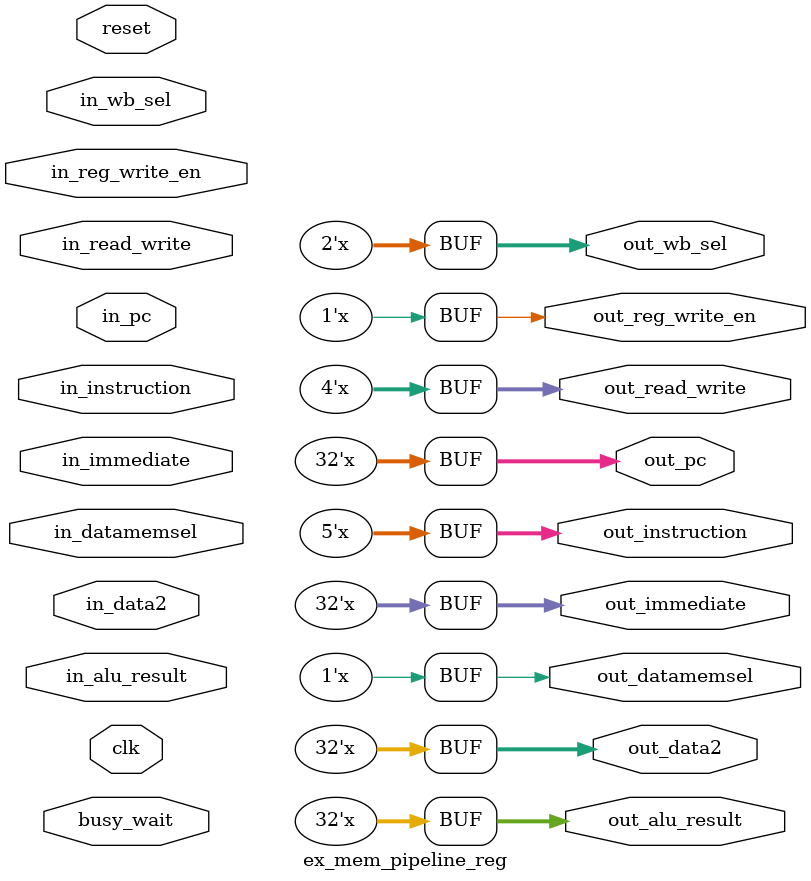
<source format=v>
module ex_mem_pipeline_reg(
    input [4:0] in_instruction, // INSTRUCTION [11:7]
    input [31:0] in_pc,
    input [31:0] in_alu_result,
    input [31:0] in_data2,
    input [31:0] in_immediate,
    input in_datamemsel,
    input [3:0] in_read_write,
    input [1:0] in_wb_sel,
    input in_reg_write_en,
    input clk,
    input reset,
    input busy_wait,
    output reg [4:0] out_instruction,
    output reg [31:0] out_pc,
    output reg [31:0] out_alu_result,
    output reg [31:0] out_data2,
    output reg [31:0] out_immediate,
    output reg out_datamemsel,
    output reg [3:0] out_read_write,
    output reg [1:0] out_wb_sel,
    output reg out_reg_write_en
);

    // RESET output registers on active reset
    always @(*) begin
        if (reset) begin
            #1; // Delay to allow reset signal to settle
            out_instruction = 5'dx; // Set out_instruction to 'x' value
            out_pc = 32'dx; // Set out_pc to 'x' value
            out_alu_result = 32'dx; // Set out_alu_result to 'x' value
            out_data2 = 32'dx; // Set out_data2 to 'x' value
            out_immediate = 32'dx; // Set out_immediate to 'x' value
            out_datamemsel = 1'bx; // Set out_datamemsel to 'x' value
            out_read_write = 4'dx; // Set out_read_write to 'x' value
            out_wb_sel = 2'bx; // Set out_wb_sel to 'x' value
            out_reg_write_en = 1'bx; // Set out_reg_write_en to 'x' value
        end
    end

    // Write input values to output registers on positive edge of clock signal
    always @(posedge clk) begin
        #0; // Delay to synchronize with other stages
        if (!busy_wait && !reset) begin
            out_instruction <= #1 in_instruction; // Write in_instruction to out_instruction
            out_pc <= #1 in_pc; // Write in_pc to out_pc
            out_alu_result <= #1 in_alu_result; // Write in_alu_result to out_alu_result
            out_data2 <= #1 in_data2; // Write in_data2 to out_data2
            out_immediate <= #1 in_immediate; // Write in_immediate to out_immediate
            out_datamemsel <= #1 in_datamemsel; // Write in_datamemsel to out_datamemsel
            out_read_write <= #1 in_read_write; // Write in_read_write to out_read_write
            out_wb_sel <= #1 in_wb_sel; // Write in_wb_sel to out_wb_sel
            out_reg_write_en <= #1 in_reg_write_en; // Write in_reg_write_en to out_reg_write_en
        end
    end

endmodule
</source>
